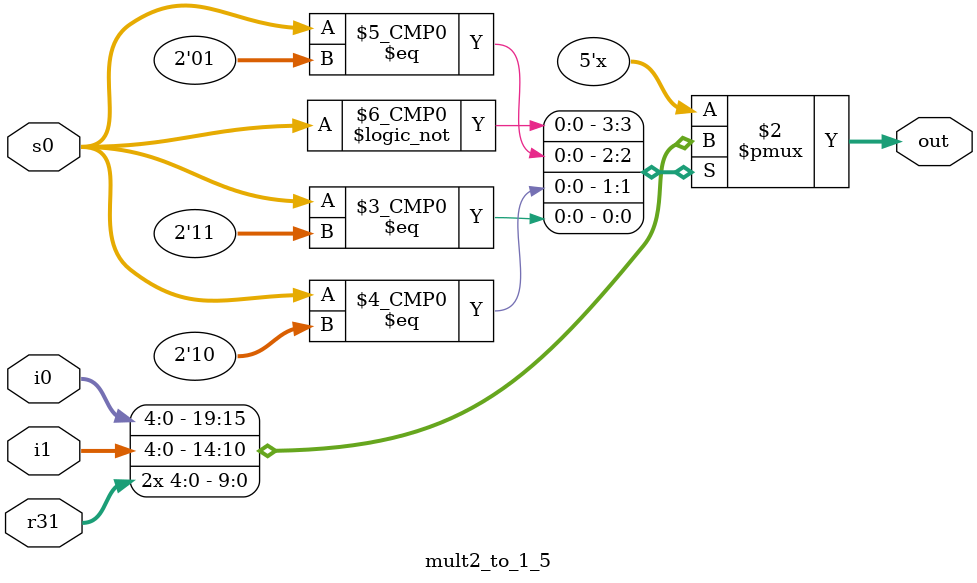
<source format=v>
module mult2_to_1_5(out, i0,i1,r31,s0);
output [4:0] out;
input [4:0]i0,i1,r31;
input [1:0] s0;

reg [4:0] out;
wire [4:0] i0,i1,r31;
wire [1:0] s0;
always @( s0 or i0 or i1 or r31 )
begin
   case( s0 )
       0 : out = i0;
       1 : out = i1;
       2 : out = r31;
       3 : out = r31;
   endcase
end
endmodule
</source>
